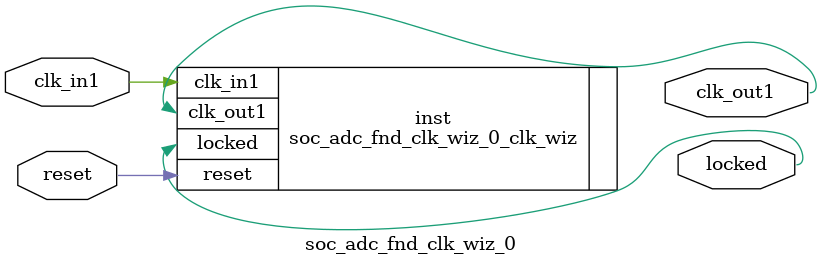
<source format=v>


`timescale 1ps/1ps

(* CORE_GENERATION_INFO = "soc_adc_fnd_clk_wiz_0,clk_wiz_v6_0_15_0_0,{component_name=soc_adc_fnd_clk_wiz_0,use_phase_alignment=true,use_min_o_jitter=false,use_max_i_jitter=false,use_dyn_phase_shift=false,use_inclk_switchover=false,use_dyn_reconfig=false,enable_axi=0,feedback_source=FDBK_AUTO,PRIMITIVE=MMCM,num_out_clk=1,clkin1_period=10.000,clkin2_period=10.000,use_power_down=false,use_reset=true,use_locked=true,use_inclk_stopped=false,feedback_type=SINGLE,CLOCK_MGR_TYPE=NA,manual_override=false}" *)

module soc_adc_fnd_clk_wiz_0 
 (
  // Clock out ports
  output        clk_out1,
  // Status and control signals
  input         reset,
  output        locked,
 // Clock in ports
  input         clk_in1
 );

  soc_adc_fnd_clk_wiz_0_clk_wiz inst
  (
  // Clock out ports  
  .clk_out1(clk_out1),
  // Status and control signals               
  .reset(reset), 
  .locked(locked),
 // Clock in ports
  .clk_in1(clk_in1)
  );

endmodule

</source>
